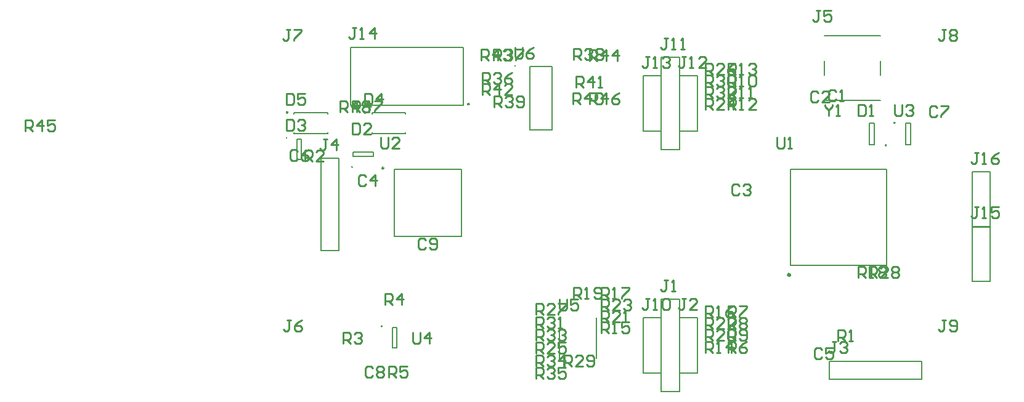
<source format=gto>
G04*
G04 #@! TF.GenerationSoftware,Altium Limited,Altium Designer,19.0.4 (130)*
G04*
G04 Layer_Color=65535*
%FSLAX44Y44*%
%MOMM*%
G71*
G01*
G75*
%ADD10C,0.2000*%
%ADD11C,0.4000*%
%ADD12C,0.2500*%
%ADD13C,0.1500*%
%ADD14C,0.2540*%
G36*
X23026Y394692D02*
Y395054D01*
X22749Y395723D01*
X22237Y396235D01*
X21568Y396512D01*
X21206D01*
X20844D01*
X20175Y396235D01*
X19663Y395723D01*
X19386Y395054D01*
Y394692D01*
Y394330D01*
X19663Y393661D01*
X20175Y393149D01*
X20844Y392872D01*
X21206D01*
X21568D01*
X22237Y393149D01*
X22749Y393661D01*
X23026Y394330D01*
Y394692D01*
D01*
D02*
G37*
G36*
X130046D02*
Y395054D01*
X129769Y395723D01*
X129257Y396235D01*
X128588Y396512D01*
X128226D01*
X127864D01*
X127195Y396235D01*
X126683Y395723D01*
X126406Y395054D01*
Y394692D01*
Y394330D01*
X126683Y393661D01*
X127195Y393149D01*
X127864Y392872D01*
X128226D01*
X128588D01*
X129257Y393149D01*
X129769Y393661D01*
X130046Y394330D01*
Y394692D01*
D01*
D02*
G37*
G36*
X268500Y406000D02*
Y405602D01*
X268804Y404867D01*
X269367Y404305D01*
X270102Y404000D01*
X270500D01*
X270898D01*
X271633Y404305D01*
X272195Y404867D01*
X272500Y405602D01*
Y406000D01*
Y406398D01*
X272195Y407133D01*
X271633Y407696D01*
X270898Y408000D01*
X270500D01*
X270102D01*
X269367Y407696D01*
X268804Y407133D01*
X268500Y406398D01*
Y406000D01*
D01*
D02*
G37*
G36*
X335695Y458500D02*
Y458722D01*
X335525Y459133D01*
X335211Y459448D01*
X334800Y459618D01*
X334577D01*
X334355D01*
X333944Y459448D01*
X333629Y459133D01*
X333459Y458722D01*
Y458500D01*
Y458278D01*
X333629Y457867D01*
X333944Y457552D01*
X334355Y457382D01*
X334577D01*
X334800D01*
X335211Y457552D01*
X335525Y457867D01*
X335695Y458278D01*
Y458500D01*
D01*
D02*
G37*
G36*
X842500Y349500D02*
Y349202D01*
X842728Y348650D01*
X843150Y348228D01*
X843702Y348000D01*
X844000D01*
X844298D01*
X844850Y348228D01*
X845272Y348650D01*
X845500Y349202D01*
Y349500D01*
Y349798D01*
X845272Y350350D01*
X844850Y350772D01*
X844298Y351000D01*
X844000D01*
X843702D01*
X843150Y350772D01*
X842728Y350350D01*
X842500Y349798D01*
Y349500D01*
D01*
D02*
G37*
G36*
X857500Y380500D02*
Y380798D01*
X857272Y381350D01*
X856850Y381772D01*
X856298Y382000D01*
X856000D01*
X855702D01*
X855150Y381772D01*
X854728Y381350D01*
X854500Y380798D01*
Y380500D01*
Y380202D01*
X854728Y379650D01*
X855150Y379228D01*
X855702Y379000D01*
X856000D01*
X856298D01*
X856850Y379228D01*
X857272Y379650D01*
X857500Y380202D01*
Y380500D01*
D01*
D02*
G37*
D10*
X111207Y319500D02*
G03*
X111207Y319500I-707J0D01*
G01*
X21207Y359500D02*
G03*
X21207Y359500I-707J0D01*
G01*
X152207Y100500D02*
G03*
X152207Y100500I-707J0D01*
G01*
X184017Y365504D02*
Y367502D01*
X138020Y365500D02*
X184017Y365504D01*
X138020Y365500D02*
Y367500D01*
X138023Y392498D02*
Y394496D01*
X184020Y394500D01*
Y392500D02*
Y394500D01*
X263500Y404000D02*
Y484000D01*
X108500D02*
X263500D01*
X108500Y404000D02*
Y484000D01*
Y404000D02*
X263500D01*
X76997Y365504D02*
Y367502D01*
X31000Y365500D02*
X76997Y365504D01*
X31000Y365500D02*
Y367500D01*
X31003Y392498D02*
Y394496D01*
X77000Y394500D01*
Y392500D02*
Y394500D01*
X962500Y162000D02*
X987500D01*
Y238000D01*
X962500D02*
X987500D01*
X962500Y162000D02*
Y238000D01*
Y237000D02*
X987500D01*
Y313000D01*
X962500D02*
X987500D01*
X962500Y237000D02*
Y313000D01*
X510500Y36000D02*
X535500D01*
Y112000D01*
X510500D02*
X535500D01*
X510500Y36000D02*
Y112000D01*
X535500Y343500D02*
X560500D01*
Y470500D01*
X535500D02*
X560500D01*
X535500Y343500D02*
Y470500D01*
X510500Y369000D02*
X535500D01*
Y445000D01*
X510500D02*
X535500D01*
X510500Y369000D02*
Y445000D01*
X560500Y369000D02*
X585500D01*
Y445000D01*
X560500D02*
X585500D01*
X560500Y369000D02*
Y445000D01*
X354577Y457500D02*
X385577D01*
Y370500D02*
Y457500D01*
X354577Y370500D02*
X385577D01*
X354577D02*
Y457500D01*
X535500Y10500D02*
X560500D01*
Y137500D01*
X535500D02*
X560500D01*
X535500Y10500D02*
Y137500D01*
X871503Y350001D02*
X878497D01*
X871503D02*
Y379999D01*
X878497D01*
Y350001D02*
Y379999D01*
X821503D02*
X828497D01*
Y350001D02*
Y379999D01*
X821503Y350001D02*
X828497D01*
X821503D02*
Y379999D01*
X836500Y446000D02*
Y465000D01*
X759500Y446000D02*
Y465000D01*
Y500000D02*
X836500D01*
X759500Y411500D02*
X836500D01*
X766500Y27500D02*
Y52500D01*
Y27500D02*
X893500D01*
Y52500D01*
X766500D02*
X893500D01*
X67500Y331500D02*
X92500D01*
X67500Y204500D02*
Y331500D01*
Y204500D02*
X92500D01*
Y331500D01*
X713000Y184000D02*
Y316000D01*
X845000D01*
Y184000D02*
Y316000D01*
X713000Y184000D02*
X845000D01*
X560500Y36000D02*
Y112000D01*
X585500D01*
Y36000D02*
Y112000D01*
X560500Y36000D02*
X585500D01*
X169000Y224000D02*
X261000D01*
Y316000D01*
X169000D02*
X261000D01*
X169000Y224000D02*
Y316000D01*
D11*
X712118Y171000D02*
G03*
X712118Y171000I-1118J0D01*
G01*
D12*
X154250Y318000D02*
G03*
X154250Y318000I-1250J0D01*
G01*
D13*
X112000Y334000D02*
X140000D01*
Y340000D01*
X112000D02*
X140000D01*
X112000Y334000D02*
Y340000D01*
X35000Y330000D02*
Y358000D01*
Y330000D02*
X41000D01*
Y358000D01*
X35000D02*
X41000D01*
X395500Y56468D02*
Y97468D01*
X446500Y56468D02*
Y111968D01*
X166000Y99000D02*
X172000D01*
Y71000D02*
Y99000D01*
X166000Y71000D02*
X172000D01*
X166000D02*
Y99000D01*
D14*
X110728Y379517D02*
Y364282D01*
X118345D01*
X120885Y366821D01*
Y376978D01*
X118345Y379517D01*
X110728D01*
X136120Y364282D02*
X125963D01*
X136120Y374438D01*
Y376978D01*
X133581Y379517D01*
X128502D01*
X125963Y376978D01*
X110712Y394980D02*
Y410215D01*
X118329D01*
X120869Y407676D01*
Y402598D01*
X118329Y400058D01*
X110712D01*
X115790D02*
X120869Y394980D01*
X133565D02*
Y410215D01*
X125947Y402598D01*
X136104D01*
X141182Y410215D02*
X151339D01*
Y407676D01*
X141182Y397519D01*
Y394980D01*
X20842Y384639D02*
Y369404D01*
X28459D01*
X30999Y371943D01*
Y382100D01*
X28459Y384639D01*
X20842D01*
X36077Y382100D02*
X38616Y384639D01*
X43695D01*
X46234Y382100D01*
Y379561D01*
X43695Y377021D01*
X41155D01*
X43695D01*
X46234Y374482D01*
Y371943D01*
X43695Y369404D01*
X38616D01*
X36077Y371943D01*
X93726Y394820D02*
Y410055D01*
X101343D01*
X103883Y407516D01*
Y402438D01*
X101343Y399898D01*
X93726D01*
X98804D02*
X103883Y394820D01*
X116579D02*
Y410055D01*
X108961Y402438D01*
X119118D01*
X124196Y407516D02*
X126735Y410055D01*
X131814D01*
X134353Y407516D01*
Y404977D01*
X131814Y402438D01*
X134353Y399898D01*
Y397359D01*
X131814Y394820D01*
X126735D01*
X124196Y397359D01*
Y399898D01*
X126735Y402438D01*
X124196Y404977D01*
Y407516D01*
X126735Y402438D02*
X131814D01*
X127936Y420531D02*
Y405296D01*
X135554D01*
X138093Y407835D01*
Y417992D01*
X135554Y420531D01*
X127936D01*
X150789Y405296D02*
Y420531D01*
X143171Y412914D01*
X153328D01*
X116451Y511131D02*
X111372D01*
X113912D01*
Y498435D01*
X111372Y495896D01*
X108833D01*
X106294Y498435D01*
X121529Y495896D02*
X126607D01*
X124068D01*
Y511131D01*
X121529Y508592D01*
X141842Y495896D02*
Y511131D01*
X134225Y503513D01*
X144382D01*
X20878Y420691D02*
Y405456D01*
X28496D01*
X31035Y407995D01*
Y418152D01*
X28496Y420691D01*
X20878D01*
X46270D02*
X36113D01*
Y413074D01*
X41191Y415613D01*
X43731D01*
X46270Y413074D01*
Y407995D01*
X43731Y405456D01*
X38652D01*
X36113Y407995D01*
X971371Y264514D02*
X966293D01*
X968832D01*
Y251818D01*
X966293Y249279D01*
X963754D01*
X961215Y251818D01*
X976450Y249279D02*
X981528D01*
X978989D01*
Y264514D01*
X976450Y261975D01*
X999302Y264514D02*
X989146D01*
Y256896D01*
X994224Y259436D01*
X996763D01*
X999302Y256896D01*
Y251818D01*
X996763Y249279D01*
X991685D01*
X989146Y251818D01*
X971397Y339514D02*
X966319D01*
X968858D01*
Y326818D01*
X966319Y324279D01*
X963780D01*
X961241Y326818D01*
X976476Y324279D02*
X981554D01*
X979015D01*
Y339514D01*
X976476Y336975D01*
X999328Y339514D02*
X994250Y336975D01*
X989172Y331896D01*
Y326818D01*
X991711Y324279D01*
X996789D01*
X999328Y326818D01*
Y329357D01*
X996789Y331896D01*
X989172D01*
X334898Y483718D02*
Y471022D01*
X337438Y468483D01*
X342516D01*
X345055Y471022D01*
Y483718D01*
X360290D02*
X355212Y481179D01*
X350133Y476101D01*
Y471022D01*
X352673Y468483D01*
X357751D01*
X360290Y471022D01*
Y473561D01*
X357751Y476101D01*
X350133D01*
X395804Y137485D02*
Y124789D01*
X398343Y122250D01*
X403422D01*
X405961Y124789D01*
Y137485D01*
X421196D02*
X411039D01*
Y129867D01*
X416117Y132407D01*
X418657D01*
X421196Y129867D01*
Y124789D01*
X418657Y122250D01*
X413578D01*
X411039Y124789D01*
X436799Y405808D02*
Y421043D01*
X444417D01*
X446956Y418504D01*
Y413425D01*
X444417Y410886D01*
X436799D01*
X441878D02*
X446956Y405808D01*
X459652D02*
Y421043D01*
X452034Y413425D01*
X462191D01*
X477426Y421043D02*
X472348Y418504D01*
X467269Y413425D01*
Y408347D01*
X469809Y405808D01*
X474887D01*
X477426Y408347D01*
Y410886D01*
X474887Y413425D01*
X467269D01*
X-338460Y369151D02*
Y384386D01*
X-330842D01*
X-328303Y381847D01*
Y376768D01*
X-330842Y374229D01*
X-338460D01*
X-333382D02*
X-328303Y369151D01*
X-315607D02*
Y384386D01*
X-323225Y376768D01*
X-313068D01*
X-297833Y384386D02*
X-307990D01*
Y376768D01*
X-302911Y379308D01*
X-300372D01*
X-297833Y376768D01*
Y371690D01*
X-300372Y369151D01*
X-305450D01*
X-307990Y371690D01*
X436870Y464987D02*
Y480222D01*
X444488D01*
X447027Y477683D01*
Y472604D01*
X444488Y470065D01*
X436870D01*
X441949D02*
X447027Y464987D01*
X459723D02*
Y480222D01*
X452105Y472604D01*
X462262D01*
X474958Y464987D02*
Y480222D01*
X467340Y472604D01*
X477497D01*
X287870Y465987D02*
Y481222D01*
X295488D01*
X298027Y478683D01*
Y473605D01*
X295488Y471065D01*
X287870D01*
X292949D02*
X298027Y465987D01*
X310723D02*
Y481222D01*
X303105Y473605D01*
X313262D01*
X318340Y478683D02*
X320880Y481222D01*
X325958D01*
X328497Y478683D01*
Y476144D01*
X325958Y473605D01*
X323419D01*
X325958D01*
X328497Y471065D01*
Y468526D01*
X325958Y465987D01*
X320880D01*
X318340Y468526D01*
X289313Y418492D02*
Y433727D01*
X296931D01*
X299470Y431188D01*
Y426110D01*
X296931Y423570D01*
X289313D01*
X294392D02*
X299470Y418492D01*
X312166D02*
Y433727D01*
X304548Y426110D01*
X314705D01*
X329940Y418492D02*
X319783D01*
X329940Y428649D01*
Y431188D01*
X327401Y433727D01*
X322323D01*
X319783Y431188D01*
X418250Y429367D02*
Y444602D01*
X425868D01*
X428407Y442063D01*
Y436984D01*
X425868Y434445D01*
X418250D01*
X423329D02*
X428407Y429367D01*
X441103D02*
Y444602D01*
X433485Y436984D01*
X443642D01*
X448720Y429367D02*
X453799D01*
X451260D01*
Y444602D01*
X448720Y442063D01*
X413870Y405987D02*
Y421222D01*
X421488D01*
X424027Y418683D01*
Y413605D01*
X421488Y411065D01*
X413870D01*
X418949D02*
X424027Y405987D01*
X436723D02*
Y421222D01*
X429105Y413605D01*
X439262D01*
X444340Y418683D02*
X446880Y421222D01*
X451958D01*
X454497Y418683D01*
Y408526D01*
X451958Y405987D01*
X446880D01*
X444340Y408526D01*
Y418683D01*
X305870Y401987D02*
Y417222D01*
X313488D01*
X316027Y414683D01*
Y409604D01*
X313488Y407065D01*
X305870D01*
X310949D02*
X316027Y401987D01*
X321105Y414683D02*
X323645Y417222D01*
X328723D01*
X331262Y414683D01*
Y412144D01*
X328723Y409604D01*
X326184D01*
X328723D01*
X331262Y407065D01*
Y404526D01*
X328723Y401987D01*
X323645D01*
X321105Y404526D01*
X336340D02*
X338880Y401987D01*
X343958D01*
X346497Y404526D01*
Y414683D01*
X343958Y417222D01*
X338880D01*
X336340Y414683D01*
Y412144D01*
X338880Y409604D01*
X346497D01*
X414889Y466940D02*
Y482175D01*
X422507D01*
X425046Y479636D01*
Y474557D01*
X422507Y472018D01*
X414889D01*
X419968D02*
X425046Y466940D01*
X430124Y479636D02*
X432663Y482175D01*
X437742D01*
X440281Y479636D01*
Y477096D01*
X437742Y474557D01*
X435203D01*
X437742D01*
X440281Y472018D01*
Y469479D01*
X437742Y466940D01*
X432663D01*
X430124Y469479D01*
X445359Y479636D02*
X447899Y482175D01*
X452977D01*
X455516Y479636D01*
Y477096D01*
X452977Y474557D01*
X455516Y472018D01*
Y469479D01*
X452977Y466940D01*
X447899D01*
X445359Y469479D01*
Y472018D01*
X447899Y474557D01*
X445359Y477096D01*
Y479636D01*
X447899Y474557D02*
X452977D01*
X304747Y465878D02*
Y481113D01*
X312365D01*
X314904Y478574D01*
Y473495D01*
X312365Y470956D01*
X304747D01*
X309826D02*
X314904Y465878D01*
X319982Y478574D02*
X322522Y481113D01*
X327600D01*
X330139Y478574D01*
Y476035D01*
X327600Y473495D01*
X325061D01*
X327600D01*
X330139Y470956D01*
Y468417D01*
X327600Y465878D01*
X322522D01*
X319982Y468417D01*
X335217Y481113D02*
X345374D01*
Y478574D01*
X335217Y468417D01*
Y465878D01*
X289327Y434414D02*
Y449649D01*
X296945D01*
X299484Y447110D01*
Y442032D01*
X296945Y439492D01*
X289327D01*
X294406D02*
X299484Y434414D01*
X304562Y447110D02*
X307101Y449649D01*
X312180D01*
X314719Y447110D01*
Y444571D01*
X312180Y442032D01*
X309641D01*
X312180D01*
X314719Y439492D01*
Y436953D01*
X312180Y434414D01*
X307101D01*
X304562Y436953D01*
X329954Y449649D02*
X324876Y447110D01*
X319797Y442032D01*
Y436953D01*
X322337Y434414D01*
X327415D01*
X329954Y436953D01*
Y439492D01*
X327415Y442032D01*
X319797D01*
X363284Y28478D02*
Y43713D01*
X370902D01*
X373441Y41174D01*
Y36095D01*
X370902Y33556D01*
X363284D01*
X368363D02*
X373441Y28478D01*
X378520Y41174D02*
X381059Y43713D01*
X386137D01*
X388676Y41174D01*
Y38635D01*
X386137Y36095D01*
X383598D01*
X386137D01*
X388676Y33556D01*
Y31017D01*
X386137Y28478D01*
X381059D01*
X378520Y31017D01*
X403911Y43713D02*
X393755D01*
Y36095D01*
X398833Y38635D01*
X401372D01*
X403911Y36095D01*
Y31017D01*
X401372Y28478D01*
X396294D01*
X393755Y31017D01*
X363186Y45466D02*
Y60701D01*
X370804D01*
X373343Y58162D01*
Y53084D01*
X370804Y50544D01*
X363186D01*
X368264D02*
X373343Y45466D01*
X378421Y58162D02*
X380960Y60701D01*
X386039D01*
X388578Y58162D01*
Y55623D01*
X386039Y53084D01*
X383499D01*
X386039D01*
X388578Y50544D01*
Y48005D01*
X386039Y45466D01*
X380960D01*
X378421Y48005D01*
X401274Y45466D02*
Y60701D01*
X393656Y53084D01*
X403813D01*
X363292Y80848D02*
Y96083D01*
X370910D01*
X373449Y93544D01*
Y88465D01*
X370910Y85926D01*
X363292D01*
X368370D02*
X373449Y80848D01*
X378527Y93544D02*
X381066Y96083D01*
X386145D01*
X388684Y93544D01*
Y91005D01*
X386145Y88465D01*
X383605D01*
X386145D01*
X388684Y85926D01*
Y83387D01*
X386145Y80848D01*
X381066D01*
X378527Y83387D01*
X393762Y93544D02*
X396301Y96083D01*
X401380D01*
X403919Y93544D01*
Y91005D01*
X401380Y88465D01*
X398840D01*
X401380D01*
X403919Y85926D01*
Y83387D01*
X401380Y80848D01*
X396301D01*
X393762Y83387D01*
X596390Y414274D02*
Y429509D01*
X604007D01*
X606547Y426970D01*
Y421892D01*
X604007Y419352D01*
X596390D01*
X601468D02*
X606547Y414274D01*
X611625Y426970D02*
X614164Y429509D01*
X619243D01*
X621782Y426970D01*
Y424431D01*
X619243Y421892D01*
X616703D01*
X619243D01*
X621782Y419352D01*
Y416813D01*
X619243Y414274D01*
X614164D01*
X611625Y416813D01*
X637017Y414274D02*
X626860D01*
X637017Y424431D01*
Y426970D01*
X634478Y429509D01*
X629399D01*
X626860Y426970D01*
X363292Y97866D02*
Y113101D01*
X370910D01*
X373449Y110562D01*
Y105484D01*
X370910Y102944D01*
X363292D01*
X368370D02*
X373449Y97866D01*
X378527Y110562D02*
X381066Y113101D01*
X386145D01*
X388684Y110562D01*
Y108023D01*
X386145Y105484D01*
X383605D01*
X386145D01*
X388684Y102944D01*
Y100405D01*
X386145Y97866D01*
X381066D01*
X378527Y100405D01*
X393762Y97866D02*
X398840D01*
X396301D01*
Y113101D01*
X393762Y110562D01*
X596324Y430470D02*
Y445705D01*
X603941D01*
X606481Y443166D01*
Y438088D01*
X603941Y435548D01*
X596324D01*
X601402D02*
X606481Y430470D01*
X611559Y443166D02*
X614098Y445705D01*
X619177D01*
X621716Y443166D01*
Y440627D01*
X619177Y438088D01*
X616637D01*
X619177D01*
X621716Y435548D01*
Y433009D01*
X619177Y430470D01*
X614098D01*
X611559Y433009D01*
X626794Y443166D02*
X629333Y445705D01*
X634412D01*
X636951Y443166D01*
Y433009D01*
X634412Y430470D01*
X629333D01*
X626794Y433009D01*
Y443166D01*
X401900Y45796D02*
Y61031D01*
X409518D01*
X412057Y58492D01*
Y53414D01*
X409518Y50874D01*
X401900D01*
X406978D02*
X412057Y45796D01*
X427292D02*
X417135D01*
X427292Y55953D01*
Y58492D01*
X424753Y61031D01*
X419674D01*
X417135Y58492D01*
X432370Y48335D02*
X434909Y45796D01*
X439988D01*
X442527Y48335D01*
Y58492D01*
X439988Y61031D01*
X434909D01*
X432370Y58492D01*
Y55953D01*
X434909Y53414D01*
X442527D01*
X821793Y166987D02*
Y182222D01*
X829410D01*
X831950Y179683D01*
Y174604D01*
X829410Y172065D01*
X821793D01*
X826871D02*
X831950Y166987D01*
X847185D02*
X837028D01*
X847185Y177144D01*
Y179683D01*
X844646Y182222D01*
X839567D01*
X837028Y179683D01*
X852263D02*
X854802Y182222D01*
X859881D01*
X862420Y179683D01*
Y177144D01*
X859881Y174604D01*
X862420Y172065D01*
Y169526D01*
X859881Y166987D01*
X854802D01*
X852263Y169526D01*
Y172065D01*
X854802Y174604D01*
X852263Y177144D01*
Y179683D01*
X854802Y174604D02*
X859881D01*
X363292Y116916D02*
Y132151D01*
X370910D01*
X373449Y129612D01*
Y124534D01*
X370910Y121994D01*
X363292D01*
X368370D02*
X373449Y116916D01*
X388684D02*
X378527D01*
X388684Y127073D01*
Y129612D01*
X386145Y132151D01*
X381066D01*
X378527Y129612D01*
X393762Y132151D02*
X403919D01*
Y129612D01*
X393762Y119455D01*
Y116916D01*
X596324Y446362D02*
Y461597D01*
X603942D01*
X606481Y459058D01*
Y453979D01*
X603942Y451440D01*
X596324D01*
X601402D02*
X606481Y446362D01*
X621716D02*
X611559D01*
X621716Y456519D01*
Y459058D01*
X619177Y461597D01*
X614098D01*
X611559Y459058D01*
X636951Y461597D02*
X631872Y459058D01*
X626794Y453979D01*
Y448901D01*
X629333Y446362D01*
X634412D01*
X636951Y448901D01*
Y451440D01*
X634412Y453979D01*
X626794D01*
X363292Y62814D02*
Y78049D01*
X370910D01*
X373449Y75510D01*
Y70431D01*
X370910Y67892D01*
X363292D01*
X368370D02*
X373449Y62814D01*
X388684D02*
X378527D01*
X388684Y72971D01*
Y75510D01*
X386145Y78049D01*
X381066D01*
X378527Y75510D01*
X403919Y78049D02*
X393762D01*
Y70431D01*
X398840Y72971D01*
X401380D01*
X403919Y70431D01*
Y65353D01*
X401380Y62814D01*
X396301D01*
X393762Y65353D01*
X596376Y398352D02*
Y413587D01*
X603993D01*
X606533Y411048D01*
Y405970D01*
X603993Y403430D01*
X596376D01*
X601454D02*
X606533Y398352D01*
X621768D02*
X611611D01*
X621768Y408509D01*
Y411048D01*
X619229Y413587D01*
X614150D01*
X611611Y411048D01*
X634464Y398352D02*
Y413587D01*
X626846Y405970D01*
X637003D01*
X453208Y122758D02*
Y137993D01*
X460826D01*
X463365Y135454D01*
Y130375D01*
X460826Y127836D01*
X453208D01*
X458286D02*
X463365Y122758D01*
X478600D02*
X468443D01*
X478600Y132915D01*
Y135454D01*
X476061Y137993D01*
X470982D01*
X468443Y135454D01*
X483678D02*
X486217Y137993D01*
X491296D01*
X493835Y135454D01*
Y132915D01*
X491296Y130375D01*
X488756D01*
X491296D01*
X493835Y127836D01*
Y125297D01*
X491296Y122758D01*
X486217D01*
X483678Y125297D01*
X596356Y97400D02*
Y112635D01*
X603974D01*
X606513Y110096D01*
Y105017D01*
X603974Y102478D01*
X596356D01*
X601434D02*
X606513Y97400D01*
X621748D02*
X611591D01*
X621748Y107557D01*
Y110096D01*
X619209Y112635D01*
X614130D01*
X611591Y110096D01*
X636983Y97400D02*
X626826D01*
X636983Y107557D01*
Y110096D01*
X634444Y112635D01*
X629365D01*
X626826Y110096D01*
X453208Y106756D02*
Y121991D01*
X460826D01*
X463365Y119452D01*
Y114374D01*
X460826Y111834D01*
X453208D01*
X458286D02*
X463365Y106756D01*
X478600D02*
X468443D01*
X478600Y116913D01*
Y119452D01*
X476061Y121991D01*
X470982D01*
X468443Y119452D01*
X483678Y106756D02*
X488756D01*
X486217D01*
Y121991D01*
X483678Y119452D01*
X596356Y81398D02*
Y96633D01*
X603974D01*
X606513Y94094D01*
Y89016D01*
X603974Y86476D01*
X596356D01*
X601434D02*
X606513Y81398D01*
X621748D02*
X611591D01*
X621748Y91555D01*
Y94094D01*
X619209Y96633D01*
X614130D01*
X611591Y94094D01*
X626826D02*
X629365Y96633D01*
X634444D01*
X636983Y94094D01*
Y83937D01*
X634444Y81398D01*
X629365D01*
X626826Y83937D01*
Y94094D01*
X414600Y138760D02*
Y153995D01*
X422217D01*
X424757Y151456D01*
Y146377D01*
X422217Y143838D01*
X414600D01*
X419678D02*
X424757Y138760D01*
X429835D02*
X434913D01*
X432374D01*
Y153995D01*
X429835Y151456D01*
X442531Y141299D02*
X445070Y138760D01*
X450149D01*
X452688Y141299D01*
Y151456D01*
X450149Y153995D01*
X445070D01*
X442531Y151456D01*
Y148917D01*
X445070Y146377D01*
X452688D01*
X805793Y166987D02*
Y182222D01*
X813410D01*
X815950Y179683D01*
Y174604D01*
X813410Y172065D01*
X805793D01*
X810871D02*
X815950Y166987D01*
X821028D02*
X826106D01*
X823567D01*
Y182222D01*
X821028Y179683D01*
X833724D02*
X836263Y182222D01*
X841341D01*
X843881Y179683D01*
Y177144D01*
X841341Y174604D01*
X843881Y172065D01*
Y169526D01*
X841341Y166987D01*
X836263D01*
X833724Y169526D01*
Y172065D01*
X836263Y174604D01*
X833724Y177144D01*
Y179683D01*
X836263Y174604D02*
X841341D01*
X453208Y138760D02*
Y153995D01*
X460826D01*
X463365Y151456D01*
Y146377D01*
X460826Y143838D01*
X453208D01*
X458286D02*
X463365Y138760D01*
X468443D02*
X473521D01*
X470982D01*
Y153995D01*
X468443Y151456D01*
X481139Y153995D02*
X491296D01*
Y151456D01*
X481139Y141299D01*
Y138760D01*
X596356Y113402D02*
Y128637D01*
X603974D01*
X606513Y126098D01*
Y121019D01*
X603974Y118480D01*
X596356D01*
X601434D02*
X606513Y113402D01*
X611591D02*
X616669D01*
X614130D01*
Y128637D01*
X611591Y126098D01*
X634444Y128637D02*
X629365Y126098D01*
X624287Y121019D01*
Y115941D01*
X626826Y113402D01*
X631904D01*
X634444Y115941D01*
Y118480D01*
X631904Y121019D01*
X624287D01*
X453184Y90868D02*
Y106103D01*
X460802D01*
X463341Y103564D01*
Y98486D01*
X460802Y95946D01*
X453184D01*
X458262D02*
X463341Y90868D01*
X468419D02*
X473497D01*
X470958D01*
Y106103D01*
X468419Y103564D01*
X491272Y106103D02*
X481115D01*
Y98486D01*
X486193Y101025D01*
X488732D01*
X491272Y98486D01*
Y93407D01*
X488732Y90868D01*
X483654D01*
X481115Y93407D01*
X596356Y64380D02*
Y79615D01*
X603974D01*
X606513Y77076D01*
Y71997D01*
X603974Y69458D01*
X596356D01*
X601434D02*
X606513Y64380D01*
X611591D02*
X616669D01*
X614130D01*
Y79615D01*
X611591Y77076D01*
X631904Y64380D02*
Y79615D01*
X624287Y71997D01*
X634444D01*
X627342Y446400D02*
Y461635D01*
X634959D01*
X637499Y459096D01*
Y454017D01*
X634959Y451478D01*
X627342D01*
X632420D02*
X637499Y446400D01*
X642577D02*
X647655D01*
X645116D01*
Y461635D01*
X642577Y459096D01*
X655273D02*
X657812Y461635D01*
X662890D01*
X665430Y459096D01*
Y456557D01*
X662890Y454017D01*
X660351D01*
X662890D01*
X665430Y451478D01*
Y448939D01*
X662890Y446400D01*
X657812D01*
X655273Y448939D01*
X627248Y398494D02*
Y413729D01*
X634865D01*
X637405Y411190D01*
Y406111D01*
X634865Y403572D01*
X627248D01*
X632326D02*
X637405Y398494D01*
X642483D02*
X647561D01*
X645022D01*
Y413729D01*
X642483Y411190D01*
X665336Y398494D02*
X655179D01*
X665336Y408651D01*
Y411190D01*
X662796Y413729D01*
X657718D01*
X655179Y411190D01*
X627350Y414350D02*
Y429585D01*
X634967D01*
X637507Y427046D01*
Y421968D01*
X634967Y419428D01*
X627350D01*
X632428D02*
X637507Y414350D01*
X642585D02*
X647663D01*
X645124D01*
Y429585D01*
X642585Y427046D01*
X655281Y414350D02*
X660359D01*
X657820D01*
Y429585D01*
X655281Y427046D01*
X627252Y430320D02*
Y445555D01*
X634869D01*
X637409Y443016D01*
Y437938D01*
X634869Y435398D01*
X627252D01*
X632330D02*
X637409Y430320D01*
X642487D02*
X647565D01*
X645026D01*
Y445555D01*
X642487Y443016D01*
X655183D02*
X657722Y445555D01*
X662801D01*
X665340Y443016D01*
Y432859D01*
X662801Y430320D01*
X657722D01*
X655183Y432859D01*
Y443016D01*
X627344Y81398D02*
Y96633D01*
X634962D01*
X637501Y94094D01*
Y89016D01*
X634962Y86476D01*
X627344D01*
X632422D02*
X637501Y81398D01*
X642579Y83937D02*
X645118Y81398D01*
X650197D01*
X652736Y83937D01*
Y94094D01*
X650197Y96633D01*
X645118D01*
X642579Y94094D01*
Y91555D01*
X645118Y89016D01*
X652736D01*
X627344Y97400D02*
Y112635D01*
X634962D01*
X637501Y110096D01*
Y105017D01*
X634962Y102478D01*
X627344D01*
X632422D02*
X637501Y97400D01*
X642579Y110096D02*
X645118Y112635D01*
X650197D01*
X652736Y110096D01*
Y107557D01*
X650197Y105017D01*
X652736Y102478D01*
Y99939D01*
X650197Y97400D01*
X645118D01*
X642579Y99939D01*
Y102478D01*
X645118Y105017D01*
X642579Y107557D01*
Y110096D01*
X645118Y105017D02*
X650197D01*
X627344Y113402D02*
Y128637D01*
X634962D01*
X637501Y126098D01*
Y121019D01*
X634962Y118480D01*
X627344D01*
X632422D02*
X637501Y113402D01*
X642579Y128637D02*
X652736D01*
Y126098D01*
X642579Y115941D01*
Y113402D01*
X627344Y64380D02*
Y79615D01*
X634962D01*
X637501Y77076D01*
Y71997D01*
X634962Y69458D01*
X627344D01*
X632422D02*
X637501Y64380D01*
X652736Y79615D02*
X647657Y77076D01*
X642579Y71997D01*
Y66919D01*
X645118Y64380D01*
X650197D01*
X652736Y66919D01*
Y69458D01*
X650197Y71997D01*
X642579D01*
X519473Y471657D02*
X514394D01*
X516934D01*
Y458961D01*
X514394Y456422D01*
X511855D01*
X509316Y458961D01*
X524551Y456422D02*
X529629D01*
X527090D01*
Y471657D01*
X524551Y469118D01*
X537247D02*
X539786Y471657D01*
X544865D01*
X547404Y469118D01*
Y466579D01*
X544865Y464039D01*
X542325D01*
X544865D01*
X547404Y461500D01*
Y458961D01*
X544865Y456422D01*
X539786D01*
X537247Y458961D01*
X569511Y471657D02*
X564432D01*
X566972D01*
Y458961D01*
X564432Y456422D01*
X561893D01*
X559354Y458961D01*
X574589Y456422D02*
X579667D01*
X577128D01*
Y471657D01*
X574589Y469118D01*
X597442Y456422D02*
X587285D01*
X597442Y466579D01*
Y469118D01*
X594902Y471657D01*
X589824D01*
X587285Y469118D01*
X544365Y497057D02*
X539286D01*
X541825D01*
Y484361D01*
X539286Y481822D01*
X536747D01*
X534208Y484361D01*
X549443Y481822D02*
X554521D01*
X551982D01*
Y497057D01*
X549443Y494518D01*
X562139Y481822D02*
X567217D01*
X564678D01*
Y497057D01*
X562139Y494518D01*
X519391Y138543D02*
X514312D01*
X516852D01*
Y125847D01*
X514312Y123308D01*
X511773D01*
X509234Y125847D01*
X524469Y123308D02*
X529547D01*
X527008D01*
Y138543D01*
X524469Y136004D01*
X537165D02*
X539704Y138543D01*
X544782D01*
X547322Y136004D01*
Y125847D01*
X544782Y123308D01*
X539704D01*
X537165Y125847D01*
Y136004D01*
X194000Y92235D02*
Y79539D01*
X196539Y77000D01*
X201618D01*
X204157Y79539D01*
Y92235D01*
X216853Y77000D02*
Y92235D01*
X209235Y84618D01*
X219392D01*
X161000Y30000D02*
Y45235D01*
X168617D01*
X171157Y42696D01*
Y37618D01*
X168617Y35078D01*
X161000D01*
X166078D02*
X171157Y30000D01*
X186392Y45235D02*
X176235D01*
Y37618D01*
X181313Y40157D01*
X183853D01*
X186392Y37618D01*
Y32539D01*
X183853Y30000D01*
X178774D01*
X176235Y32539D01*
X156274Y130378D02*
Y145613D01*
X163892D01*
X166431Y143074D01*
Y137996D01*
X163892Y135456D01*
X156274D01*
X161352D02*
X166431Y130378D01*
X179127D02*
Y145613D01*
X171509Y137996D01*
X181666D01*
X98000Y77000D02*
Y92235D01*
X105618D01*
X108157Y89696D01*
Y84618D01*
X105618Y82078D01*
X98000D01*
X103078D02*
X108157Y77000D01*
X113235Y89696D02*
X115774Y92235D01*
X120853D01*
X123392Y89696D01*
Y87157D01*
X120853Y84618D01*
X118313D01*
X120853D01*
X123392Y82078D01*
Y79539D01*
X120853Y77000D01*
X115774D01*
X113235Y79539D01*
X211875Y219048D02*
X209335Y221587D01*
X204257D01*
X201718Y219048D01*
Y208891D01*
X204257Y206352D01*
X209335D01*
X211875Y208891D01*
X216953D02*
X219492Y206352D01*
X224571D01*
X227110Y208891D01*
Y219048D01*
X224571Y221587D01*
X219492D01*
X216953Y219048D01*
Y216509D01*
X219492Y213969D01*
X227110D01*
X139157Y42696D02*
X136617Y45235D01*
X131539D01*
X129000Y42696D01*
Y32539D01*
X131539Y30000D01*
X136617D01*
X139157Y32539D01*
X144235Y42696D02*
X146774Y45235D01*
X151853D01*
X154392Y42696D01*
Y40157D01*
X151853Y37618D01*
X154392Y35078D01*
Y32539D01*
X151853Y30000D01*
X146774D01*
X144235Y32539D01*
Y35078D01*
X146774Y37618D01*
X144235Y40157D01*
Y42696D01*
X146774Y37618D02*
X151853D01*
X856331Y405508D02*
Y392812D01*
X858870Y390273D01*
X863949D01*
X866488Y392812D01*
Y405508D01*
X871566Y402969D02*
X874105Y405508D01*
X879184D01*
X881723Y402969D01*
Y400430D01*
X879184Y397891D01*
X876644D01*
X879184D01*
X881723Y395351D01*
Y392812D01*
X879184Y390273D01*
X874105D01*
X871566Y392812D01*
X914853Y401008D02*
X912314Y403547D01*
X907235D01*
X904696Y401008D01*
Y390851D01*
X907235Y388312D01*
X912314D01*
X914853Y390851D01*
X919931Y403547D02*
X930088D01*
Y401008D01*
X919931Y390851D01*
Y388312D01*
X806186Y405483D02*
Y390248D01*
X813803D01*
X816343Y392787D01*
Y402944D01*
X813803Y405483D01*
X806186D01*
X821421Y390248D02*
X826499D01*
X823960D01*
Y405483D01*
X821421Y402944D01*
X926756Y108796D02*
X921677D01*
X924217D01*
Y96100D01*
X921677Y93561D01*
X919138D01*
X916599Y96100D01*
X931834D02*
X934373Y93561D01*
X939452D01*
X941991Y96100D01*
Y106257D01*
X939452Y108796D01*
X934373D01*
X931834Y106257D01*
Y103718D01*
X934373Y101179D01*
X941991D01*
X926756Y508796D02*
X921677D01*
X924217D01*
Y496100D01*
X921677Y493561D01*
X919138D01*
X916599Y496100D01*
X931834Y506257D02*
X934373Y508796D01*
X939452D01*
X941991Y506257D01*
Y503718D01*
X939452Y501179D01*
X941991Y498639D01*
Y496100D01*
X939452Y493561D01*
X934373D01*
X931834Y496100D01*
Y498639D01*
X934373Y501179D01*
X931834Y503718D01*
Y506257D01*
X934373Y501179D02*
X939452D01*
X25756Y508796D02*
X20677D01*
X23217D01*
Y496100D01*
X20677Y493561D01*
X18138D01*
X15599Y496100D01*
X30834Y508796D02*
X40991D01*
Y506257D01*
X30834Y496100D01*
Y493561D01*
X26756Y108796D02*
X21677D01*
X24216D01*
Y96100D01*
X21677Y93561D01*
X19138D01*
X16599Y96100D01*
X41991Y108796D02*
X36912Y106257D01*
X31834Y101179D01*
Y96100D01*
X34373Y93561D01*
X39452D01*
X41991Y96100D01*
Y98639D01*
X39452Y101179D01*
X31834D01*
X760180Y405023D02*
Y402484D01*
X765258Y397406D01*
X770337Y402484D01*
Y405023D01*
X765258Y397406D02*
Y389788D01*
X775415D02*
X780493D01*
X777954D01*
Y405023D01*
X775415Y402484D01*
X45762Y327764D02*
Y342999D01*
X53380D01*
X55919Y340460D01*
Y335382D01*
X53380Y332842D01*
X45762D01*
X50840D02*
X55919Y327764D01*
X71154D02*
X60997D01*
X71154Y337921D01*
Y340460D01*
X68615Y342999D01*
X63536D01*
X60997Y340460D01*
X778192Y80480D02*
Y95715D01*
X785809D01*
X788349Y93176D01*
Y88097D01*
X785809Y85558D01*
X778192D01*
X783270D02*
X788349Y80480D01*
X793427D02*
X798505D01*
X795966D01*
Y95715D01*
X793427Y93176D01*
X35853Y340968D02*
X33314Y343507D01*
X28235D01*
X25696Y340968D01*
Y330811D01*
X28235Y328272D01*
X33314D01*
X35853Y330811D01*
X51088Y343507D02*
X46009Y340968D01*
X40931Y335890D01*
Y330811D01*
X43470Y328272D01*
X48549D01*
X51088Y330811D01*
Y333350D01*
X48549Y335890D01*
X40931D01*
X756013Y68082D02*
X753474Y70621D01*
X748395D01*
X745856Y68082D01*
Y57925D01*
X748395Y55386D01*
X753474D01*
X756013Y57925D01*
X771248Y70621D02*
X761091D01*
Y63004D01*
X766169Y65543D01*
X768709D01*
X771248Y63004D01*
Y57925D01*
X768709Y55386D01*
X763630D01*
X761091Y57925D01*
X129833Y306170D02*
X127294Y308709D01*
X122215D01*
X119676Y306170D01*
Y296013D01*
X122215Y293474D01*
X127294D01*
X129833Y296013D01*
X142529Y293474D02*
Y308709D01*
X134911Y301091D01*
X145068D01*
X643065Y293088D02*
X640526Y295627D01*
X635447D01*
X632908Y293088D01*
Y282931D01*
X635447Y280392D01*
X640526D01*
X643065Y282931D01*
X648143Y293088D02*
X650682Y295627D01*
X655761D01*
X658300Y293088D01*
Y290549D01*
X655761Y288009D01*
X653221D01*
X655761D01*
X658300Y285470D01*
Y282931D01*
X655761Y280392D01*
X650682D01*
X648143Y282931D01*
X751011Y421064D02*
X748472Y423603D01*
X743393D01*
X740854Y421064D01*
Y410907D01*
X743393Y408368D01*
X748472D01*
X751011Y410907D01*
X766246Y408368D02*
X756089D01*
X766246Y418525D01*
Y421064D01*
X763707Y423603D01*
X758628D01*
X756089Y421064D01*
X776037Y423026D02*
X773497Y425565D01*
X768419D01*
X765880Y423026D01*
Y412869D01*
X768419Y410330D01*
X773497D01*
X776037Y412869D01*
X781115Y410330D02*
X786193D01*
X783654D01*
Y425565D01*
X781115Y423026D01*
X753371Y534911D02*
X748292D01*
X750832D01*
Y522215D01*
X748292Y519676D01*
X745753D01*
X743214Y522215D01*
X768606Y534911D02*
X758449D01*
Y527294D01*
X763527Y529833D01*
X766067D01*
X768606Y527294D01*
Y522215D01*
X766067Y519676D01*
X760988D01*
X758449Y522215D01*
X76493Y357985D02*
X71414D01*
X73953D01*
Y345289D01*
X71414Y342750D01*
X68875D01*
X66336Y345289D01*
X89189Y342750D02*
Y357985D01*
X81571Y350368D01*
X91728D01*
X775571Y79009D02*
X770492D01*
X773031D01*
Y66313D01*
X770492Y63774D01*
X767953D01*
X765414Y66313D01*
X780649Y76470D02*
X783188Y79009D01*
X788267D01*
X790806Y76470D01*
Y73931D01*
X788267Y71392D01*
X785727D01*
X788267D01*
X790806Y68852D01*
Y66313D01*
X788267Y63774D01*
X783188D01*
X780649Y66313D01*
X569429Y138543D02*
X564350D01*
X566889D01*
Y125847D01*
X564350Y123308D01*
X561811D01*
X559272Y125847D01*
X584664Y123308D02*
X574507D01*
X584664Y133465D01*
Y136004D01*
X582125Y138543D01*
X577046D01*
X574507Y136004D01*
X544537Y164197D02*
X539458D01*
X541997D01*
Y151501D01*
X539458Y148962D01*
X536919D01*
X534380Y151501D01*
X549615Y148962D02*
X554693D01*
X552154D01*
Y164197D01*
X549615Y161658D01*
X694394Y360061D02*
Y347365D01*
X696933Y344826D01*
X702011D01*
X704551Y347365D01*
Y360061D01*
X709629Y344826D02*
X714707D01*
X712168D01*
Y360061D01*
X709629Y357522D01*
X150410Y360017D02*
Y347321D01*
X152949Y344782D01*
X158027D01*
X160567Y347321D01*
Y360017D01*
X175802Y344782D02*
X165645D01*
X175802Y354939D01*
Y357478D01*
X173263Y360017D01*
X168184D01*
X165645Y357478D01*
M02*

</source>
